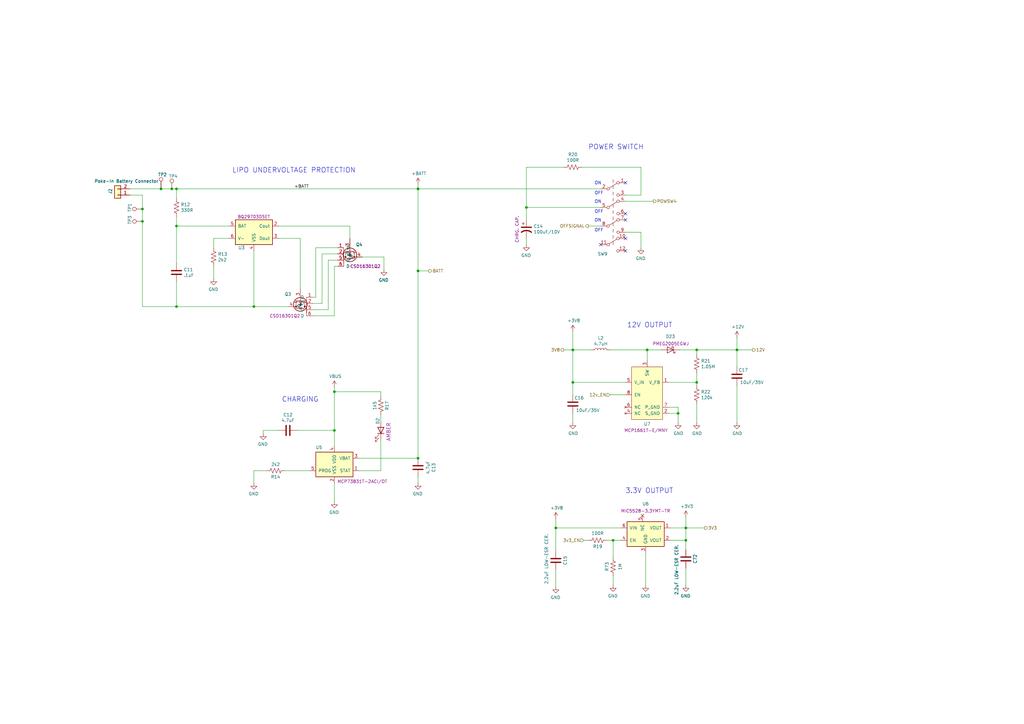
<source format=kicad_sch>
(kicad_sch (version 20211123) (generator eeschema)
  (paper "A3")
  (title_block (title "RCP CHARGING AND POWER MANAGEMENT"))
  (lib_symbols
    (symbol "Battery_Management:BQ297xy" (pin_names (offset 1.016))
      (property "Reference" "U" (at -6.35 6.35 0))
      (property "Value" "BQ297xy" (at 5.08 -6.35 0))
      (symbol "BQ297xy_0_1"
        (rectangle (start -7.62 5.08) (end 7.62 -5.08) (stroke (width 0.254)) (fill (type background)))
      )
      (symbol "BQ297xy_1_1"
        (pin no_connect line (at 7.62 0 180) (length 2.54) hide (name "NC") (number "1"))
        (pin output line (at 10.16 2.54 180) (length 2.54) (name "Cout") (number "2"))
        (pin output line (at 10.16 -2.54 180) (length 2.54) (name "Dout") (number "3"))
        (pin power_in line (at 0 -7.62 90) (length 2.54) (name "VSS") (number "4"))
        (pin input line (at -10.16 2.54 0) (length 2.54) (name "BAT") (number "5"))
        (pin input line (at -10.16 -2.54 0) (length 2.54) (name "V-") (number "6"))
      )
    )
    (symbol "Battery_Management:MCP73831-2-OT" (pin_names (offset 1.016))
      (property "Reference" "U" (at -7.62 6.35 0))
      (property "Value" "MCP73831-2-OT" (at 1.27 6.35 0))
      (symbol "MCP73831-2-OT_0_1"
        (rectangle (start -7.62 5.08) (end 7.62 -5.08) (stroke (width 0.254)) (fill (type background)))
      )
      (symbol "MCP73831-2-OT_1_1"
        (pin output line (at 10.16 -2.54 180) (length 2.54) (name "STAT") (number "1"))
        (pin power_in line (at 0 -7.62 90) (length 2.54) (name "VSS") (number "2"))
        (pin power_out line (at 10.16 2.54 180) (length 2.54) (name "VBAT") (number "3"))
        (pin power_in line (at 0 7.62 270) (length 2.54) (name "VDD") (number "4"))
        (pin input line (at -10.16 -2.54 0) (length 2.54) (name "PROG") (number "5"))
      )
    )
    (symbol "Connector:TestPoint" (pin_numbers hide) (pin_names (offset 0.762) hide)
      (property "Reference" "TP" (at 0 6.858 0))
      (property "Value" "TestPoint" (at 0 5.08 0))
      (symbol "TestPoint_0_1"
        (circle (center 0 3.302) (radius 0.762))
      )
      (symbol "TestPoint_1_1"
        (pin passive line (at 0 0 90) (length 2.54) (name "1") (number "1"))
      )
    )
    (symbol "Connector_Generic:Conn_01x02" (pin_names (offset 1.016) hide)
      (property "Reference" "J" (at 0 2.54 0))
      (property "Value" "Conn_01x02" (at 0 -5.08 0))
      (symbol "Conn_01x02_1_1"
        (rectangle (start -1.27 -2.413) (end 0 -2.667) (stroke (width 0.1524)))
        (rectangle (start -1.27 0.127) (end 0 -0.127) (stroke (width 0.1524)))
        (rectangle (start -1.27 1.27) (end 1.27 -3.81) (stroke (width 0.254)) (fill (type background)))
        (pin passive line (at -5.08 0 0) (length 3.81) (name "Pin_1") (number "1"))
        (pin passive line (at -5.08 -2.54 0) (length 3.81) (name "Pin_2") (number "2"))
      )
    )
    (symbol "Device:C" (pin_numbers hide) (pin_names (offset 0.254))
      (property "Reference" "C" (at 0.635 2.54 0))
      (property "Value" "C" (at 0.635 -2.54 0))
      (symbol "C_0_1"
        (polyline (pts (xy -2.032 -0.762) (xy 2.032 -0.762)) (stroke (width 0.508)))
        (polyline (pts (xy -2.032 0.762) (xy 2.032 0.762)) (stroke (width 0.508)))
      )
      (symbol "C_1_1"
        (pin passive line (at 0 3.81 270) (length 2.794) (name "~") (number "1"))
        (pin passive line (at 0 -3.81 90) (length 2.794) (name "~") (number "2"))
      )
    )
    (symbol "Device:CP1" (pin_numbers hide) (pin_names (offset 0.254) hide)
      (property "Reference" "C" (at 0.635 2.54 0))
      (property "Value" "Device_CP1" (at 0.635 -2.54 0))
      (symbol "CP1_0_1"
        (polyline (pts (xy -2.032 0.762) (xy 2.032 0.762)) (stroke (width 0.508)))
        (polyline (pts (xy -1.778 2.286) (xy -0.762 2.286)))
        (polyline (pts (xy -1.27 1.778) (xy -1.27 2.794)))
        (arc (start 2.032 -1.27) (mid 0 -0.5572) (end -2.032 -1.27) (stroke (width 0.508)))
      )
      (symbol "CP1_1_1"
        (pin passive line (at 0 3.81 270) (length 2.794) (name "~") (number "1"))
        (pin passive line (at 0 -3.81 90) (length 3.302) (name "~") (number "2"))
      )
    )
    (symbol "Device:L" (pin_numbers hide) (pin_names (offset 1.016) hide)
      (property "Reference" "L" (at -1.27 0 90))
      (property "Value" "L" (at 1.905 0 90))
      (symbol "L_0_1"
        (arc (start 0 -2.54) (mid 0.635 -1.905) (end 0 -1.27))
        (arc (start 0 -1.27) (mid 0.635 -0.635) (end 0 0))
        (arc (start 0 0) (mid 0.635 0.635) (end 0 1.27))
        (arc (start 0 1.27) (mid 0.635 1.905) (end 0 2.54))
      )
      (symbol "L_1_1"
        (pin passive line (at 0 3.81 270) (length 1.27) (name "1") (number "1"))
        (pin passive line (at 0 -3.81 90) (length 1.27) (name "2") (number "2"))
      )
    )
    (symbol "Device:LED" (pin_numbers hide) (pin_names (offset 1.016) hide)
      (property "Reference" "D" (at 0 2.54 0))
      (property "Value" "LED" (at 0 -2.54 0))
      (symbol "LED_0_1"
        (polyline (pts (xy -1.27 -1.27) (xy -1.27 1.27)) (stroke (width 0.254)))
        (polyline (pts (xy -1.27 0) (xy 1.27 0)))
        (polyline (pts (xy 1.27 -1.27) (xy 1.27 1.27) (xy -1.27 0) (xy 1.27 -1.27)) (stroke (width 0.254)))
        (polyline (pts (xy -3.048 -0.762) (xy -4.572 -2.286) (xy -3.81 -2.286) (xy -4.572 -2.286) (xy -4.572 -1.524)))
        (polyline (pts (xy -1.778 -0.762) (xy -3.302 -2.286) (xy -2.54 -2.286) (xy -3.302 -2.286) (xy -3.302 -1.524)))
      )
      (symbol "LED_1_1"
        (pin passive line (at -3.81 0 0) (length 2.54) (name "K") (number "1"))
        (pin passive line (at 3.81 0 180) (length 2.54) (name "A") (number "2"))
      )
    )
    (symbol "Device:R_US" (pin_numbers hide) (pin_names (offset 0))
      (property "Reference" "R" (at 2.54 0 90))
      (property "Value" "R_US" (at -2.54 0 90))
      (symbol "R_US_0_1"
        (polyline (pts (xy 0 -2.286) (xy 0 -2.54)))
        (polyline (pts (xy 0 2.286) (xy 0 2.54)))
        (polyline (pts (xy 0 -0.762) (xy 1.016 -1.143) (xy 0 -1.524) (xy -1.016 -1.905) (xy 0 -2.286)))
        (polyline (pts (xy 0 0.762) (xy 1.016 0.381) (xy 0 0) (xy -1.016 -0.381) (xy 0 -0.762)))
        (polyline (pts (xy 0 2.286) (xy 1.016 1.905) (xy 0 1.524) (xy -1.016 1.143) (xy 0 0.762)))
      )
      (symbol "R_US_1_1"
        (pin passive line (at 0 3.81 270) (length 1.27) (name "~") (number "1"))
        (pin passive line (at 0 -3.81 90) (length 1.27) (name "~") (number "2"))
      )
    )
    (symbol "Diode:PMEG6010CEH" (pin_numbers hide) (pin_names hide)
      (property "Reference" "D" (at 0 2.54 0))
      (property "Value" "PMEG6010CEH" (at 0 -2.54 0))
      (symbol "PMEG6010CEH_0_1"
        (polyline (pts (xy 1.27 0) (xy -1.27 0)))
        (polyline (pts (xy 1.27 1.27) (xy 1.27 -1.27) (xy -1.27 0) (xy 1.27 1.27)) (stroke (width 0.2032)))
        (polyline (pts (xy -1.905 0.635) (xy -1.905 1.27) (xy -1.27 1.27) (xy -1.27 -1.27) (xy -0.635 -1.27) (xy -0.635 -0.635)) (stroke (width 0.2032)))
      )
      (symbol "PMEG6010CEH_1_1"
        (pin passive line (at -3.81 0 0) (length 2.54) (name "K") (number "1"))
        (pin passive line (at 3.81 0 180) (length 2.54) (name "A") (number "2"))
      )
    )
    (symbol "MyLibrary:MCP1661" (pin_names (offset 1.016))
      (property "Reference" "U" (at -3.81 10.16 0))
      (property "Value" "MyLibrary_MCP1661" (at 6.35 10.16 0))
      (symbol "MCP1661_0_1"
        (rectangle (start -6.35 8.89) (end 6.35 -12.7) (fill (type background)))
      )
      (symbol "MCP1661_1_1"
        (pin input line (at 8.89 2.54 180) (length 2.54) (name "V_FB") (number "1"))
        (pin input line (at 8.89 -10.16 180) (length 2.54) (name "S_GND") (number "2"))
        (pin input line (at 0 11.43 270) (length 2.54) (name "SW") (number "3"))
        (pin no_connect line (at -8.89 -10.16 0) (length 2.54) (name "NC") (number "4"))
        (pin input line (at -8.89 2.54 0) (length 2.54) (name "V_IN") (number "5"))
        (pin no_connect line (at -8.89 -7.62 0) (length 2.54) (name "NC") (number "6"))
        (pin input line (at 8.89 -7.62 180) (length 2.54) (name "P_GND") (number "7"))
        (pin input line (at -8.89 -2.54 0) (length 2.54) (name "EN") (number "8"))
      )
    )
    (symbol "MyLibrary:MIC5528" (pin_names (offset 1.016))
      (property "Reference" "U" (at -6.35 7.62 0))
      (property "Value" "MyLibrary_MIC5528" (at 6.35 7.62 0))
      (symbol "MIC5528_0_1"
        (polyline (pts (xy -1.905 6.985) (xy -0.635 8.255)))
        (polyline (pts (xy -1.905 8.255) (xy -0.635 6.985)))
      )
      (symbol "MIC5528_1_1"
        (rectangle (start -7.62 -5.08) (end 7.62 5.08) (stroke (width 0.254)) (fill (type background)))
        (pin power_out line (at 10.16 2.54 180) (length 2.54) (name "VOUT") (number "1"))
        (pin power_out line (at 10.16 -2.54 180) (length 2.54) (name "VOUT") (number "2"))
        (pin power_in line (at 0 -7.62 90) (length 2.54) (name "GND") (number "3"))
        (pin input line (at -10.16 -2.54 0) (length 2.54) (name "EN") (number "4"))
        (pin input line (at -1.27 7.62 270) (length 2.54) (name "NC") (number "5"))
        (pin power_in line (at -10.16 2.54 0) (length 2.54) (name "VIN") (number "6"))
      )
    )
    (symbol "MyLibrary:SW_4P2T" (pin_names (offset 1.016))
      (property "Reference" "SW" (at -2.54 3.81 0))
      (property "Value" "MyLibrary_SW_4P2T" (at 1.27 5.08 0))
      (symbol "SW_4P2T_0_1"
        (circle (center -0.762 0) (radius 0.508))
        (polyline (pts (xy -0.254 0.381) (xy 2.794 2.286)))
        (polyline (pts (xy 1.27 -21.59) (xy 1.27 -22.86)))
        (polyline (pts (xy 1.27 -19.05) (xy 1.27 -20.32)))
        (polyline (pts (xy 1.27 -16.51) (xy 1.27 -17.78)))
        (polyline (pts (xy 1.27 -13.97) (xy 1.27 -15.24)))
        (polyline (pts (xy 1.27 -11.43) (xy 1.27 -12.7)))
        (polyline (pts (xy 1.27 -8.89) (xy 1.27 -10.16)))
        (polyline (pts (xy 1.27 -6.35) (xy 1.27 -7.62)))
        (polyline (pts (xy 1.27 -3.81) (xy 1.27 -5.08)))
        (polyline (pts (xy 1.27 -1.27) (xy 1.27 -2.54)))
        (polyline (pts (xy 1.27 1.27) (xy 1.27 0)))
        (polyline (pts (xy 1.27 3.81) (xy 1.27 2.54)))
        (circle (center 3.302 2.54) (radius 0.5334))
      )
      (symbol "SW_4P2T_1_1"
        (circle (center -0.762 -22.86) (radius 0.5334))
        (circle (center -0.762 -15.24) (radius 0.5334))
        (circle (center -0.762 -7.62) (radius 0.5334))
        (polyline (pts (xy -0.254 -22.479) (xy 2.794 -20.574)))
        (polyline (pts (xy -0.254 -14.859) (xy 2.794 -12.954)))
        (polyline (pts (xy -0.254 -7.239) (xy 2.794 -5.334)))
        (circle (center 3.302 -25.4) (radius 0.5334))
        (circle (center 3.302 -20.32) (radius 0.5334))
        (circle (center 3.302 -17.78) (radius 0.5334))
        (circle (center 3.302 -12.7) (radius 0.5334))
        (circle (center 3.302 -10.16) (radius 0.5334))
        (circle (center 3.302 -5.08) (radius 0.5334))
        (circle (center 3.302 -2.54) (radius 0.5334))
        (pin input line (at 6.35 2.54 180) (length 2.54) (name "~") (number "1"))
        (pin input line (at 6.35 -20.32 180) (length 2.54) (name "~") (number "10"))
        (pin input line (at -3.81 -22.86 0) (length 2.54) (name "~") (number "11"))
        (pin input line (at 6.35 -25.4 180) (length 2.54) (name "~") (number "12"))
        (pin input line (at -3.81 0 0) (length 2.54) (name "~") (number "2"))
        (pin input line (at 6.35 -2.54 180) (length 2.54) (name "~") (number "3"))
        (pin input line (at 6.35 -5.08 180) (length 2.54) (name "~") (number "4"))
        (pin input line (at -3.81 -7.62 0) (length 2.54) (name "~") (number "5"))
        (pin input line (at 6.35 -10.16 180) (length 2.54) (name "~") (number "6"))
        (pin input line (at 6.35 -12.7 180) (length 2.54) (name "~") (number "7"))
        (pin input line (at -3.81 -15.24 0) (length 2.54) (name "~") (number "8"))
        (pin input line (at 6.35 -17.78 180) (length 2.54) (name "~") (number "9"))
      )
    )
    (symbol "RUSP_Mainboard-rescue:Q_NMOS_POWER-MyLibrary-RotaryCellPhone-4G-rescue-4GRotaryCellPhone-rescue-4GRCP_Mainboard-rescue" (pin_names (offset 1.016))
      (property "Reference" "Q" (at 5.08 -5.08 0))
      (property "Value" "Q_NMOS_POWER-MyLibrary-RotaryCellPhone-4G-rescue-4GRotaryCellPhone-rescue-4GRCP_Mainboard-rescue" (at -29.21 5.08 0))
      (symbol "Q_NMOS_POWER-MyLibrary-RotaryCellPhone-4G-rescue-4GRotaryCellPhone-rescue-4GRCP_Mainboard-rescue_0_1"
        (polyline (pts (xy 3.81 2.54) (xy -3.81 2.54)))
      )
      (symbol "Q_NMOS_POWER-MyLibrary-RotaryCellPhone-4G-rescue-4GRotaryCellPhone-rescue-4GRCP_Mainboard-rescue_1_1"
        (circle (center -0.889 0) (radius 2.8194) (stroke (width 0.254)))
        (circle (center 0 -1.778) (radius 0.2794) (fill (type outline)))
        (polyline (pts (xy -2.4892 0) (xy -2.286 0)))
        (polyline (pts (xy -1.778 -1.778) (xy 0 -1.778)))
        (polyline (pts (xy -1.778 -1.27) (xy -1.778 -2.286)) (stroke (width 0.254)))
        (polyline (pts (xy -1.778 0) (xy 0 0)))
        (polyline (pts (xy -1.778 0.508) (xy -1.778 -0.508)) (stroke (width 0.254)))
        (polyline (pts (xy -1.778 1.778) (xy 0 1.778)))
        (polyline (pts (xy -1.778 2.286) (xy -1.778 1.27)) (stroke (width 0.254)))
        (polyline (pts (xy 0 -1.778) (xy 0 -2.54)))
        (polyline (pts (xy 0 -1.778) (xy 0 0)))
        (polyline (pts (xy 0 2.54) (xy 0 1.778)))
        (polyline (pts (xy 0 2.54) (xy 2.54 2.54)))
        (polyline (pts (xy -2.286 1.905) (xy -2.286 -1.905) (xy -2.286 -1.905)) (stroke (width 0.254)))
        (polyline (pts (xy -1.524 0) (xy -0.508 0.381) (xy -0.508 -0.381) (xy -1.524 0)) (fill (type outline)))
        (polyline (pts (xy 0 -1.778) (xy 0.762 -1.778) (xy 0.762 1.778) (xy 0 1.778)))
        (polyline (pts (xy 0.254 0.508) (xy 0.381 0.381) (xy 1.143 0.381) (xy 1.27 0.254)))
        (polyline (pts (xy 0.762 0.381) (xy 0.381 -0.254) (xy 1.143 -0.254) (xy 0.762 0.381)))
        (circle (center 0 1.778) (radius 0.2794) (fill (type outline)))
        (pin input line (at -3.81 5.08 270) (length 2.54) (name "D") (number "1"))
        (pin input line (at -1.27 5.08 270) (length 2.54) (name "D") (number "2"))
        (pin input line (at -7.62 0 0) (length 5.08) (name "G") (number "3"))
        (pin passive line (at 0 -5.08 90) (length 2.54) (name "S") (number "4"))
        (pin passive line (at 1.27 5.08 270) (length 2.54) (name "D") (number "5"))
        (pin passive line (at 3.81 5.08 270) (length 2.54) (name "D") (number "6"))
      )
    )
    (symbol "power:+12V" (power) (pin_names (offset 0))
      (property "Value" "+12V" (at 0 3.556 0))
      (symbol "+12V_0_1"
        (polyline (pts (xy -0.762 1.27) (xy 0 2.54)))
        (polyline (pts (xy 0 0) (xy 0 2.54)))
        (polyline (pts (xy 0 2.54) (xy 0.762 1.27)))
      )
      (symbol "+12V_1_1"
        (pin power_in line (at 0 0 90) (length 0) hide (name "+12V") (number "1"))
      )
    )
    (symbol "power:+3V3" (power) (pin_names (offset 0))
      (property "Value" "+3V3" (at 0 3.556 0))
      (symbol "+3V3_0_1"
        (polyline (pts (xy -0.762 1.27) (xy 0 2.54)))
        (polyline (pts (xy 0 0) (xy 0 2.54)))
        (polyline (pts (xy 0 2.54) (xy 0.762 1.27)))
      )
      (symbol "+3V3_1_1"
        (pin power_in line (at 0 0 90) (length 0) hide (name "+3V3") (number "1"))
      )
    )
    (symbol "power:+3V8" (power) (pin_names (offset 0))
      (property "Value" "+3V8" (at 0 3.556 0))
      (symbol "+3V8_0_1"
        (polyline (pts (xy -0.762 1.27) (xy 0 2.54)))
        (polyline (pts (xy 0 0) (xy 0 2.54)))
        (polyline (pts (xy 0 2.54) (xy 0.762 1.27)))
      )
      (symbol "+3V8_1_1"
        (pin power_in line (at 0 0 90) (length 0) hide (name "+3V8") (number "1"))
      )
    )
    (symbol "power:+BATT" (power) (pin_names (offset 0))
      (property "Value" "+BATT" (at 0 3.556 0))
      (symbol "+BATT_0_1"
        (polyline (pts (xy -0.762 1.27) (xy 0 2.54)))
        (polyline (pts (xy 0 0) (xy 0 2.54)))
        (polyline (pts (xy 0 2.54) (xy 0.762 1.27)))
      )
      (symbol "+BATT_1_1"
        (pin power_in line (at 0 0 90) (length 0) hide (name "+BATT") (number "1"))
      )
    )
    (symbol "power:GND" (power) (pin_names (offset 0))
      (property "Value" "GND" (at 0 -3.81 0))
      (symbol "GND_0_1"
        (polyline (pts (xy 0 0) (xy 0 -1.27) (xy 1.27 -1.27) (xy 0 -2.54) (xy -1.27 -1.27) (xy 0 -1.27)))
      )
      (symbol "GND_1_1"
        (pin power_in line (at 0 0 270) (length 0) hide (name "GND") (number "1"))
      )
    )
    (symbol "power:VBUS" (power) (pin_names (offset 0))
      (property "Value" "VBUS" (at 0 3.81 0))
      (symbol "VBUS_0_1"
        (polyline (pts (xy -0.762 1.27) (xy 0 2.54)))
        (polyline (pts (xy 0 0) (xy 0 2.54)))
        (polyline (pts (xy 0 2.54) (xy 0.762 1.27)))
      )
      (symbol "VBUS_1_1"
        (pin power_in line (at 0 0 90) (length 0) hide (name "VBUS") (number "1"))
      )
    )
  )
  (junction (at 285.75 143.51))
  (junction (at 72.39 77.47))
  (junction (at 171.45 111.125))
  (junction (at 215.9 85.09))
  (junction (at 171.45 187.96))
  (junction (at 137.16 176.53))
  (junction (at 58.42 90.805))
  (junction (at 58.42 85.725))
  (junction (at 66.04 77.47))
  (junction (at 281.305 221.615))
  (junction (at 104.14 125.73))
  (junction (at 265.43 143.51))
  (junction (at 70.485 77.47))
  (junction (at 251.46 221.615))
  (junction (at 72.39 92.71))
  (junction (at 137.16 160.655))
  (junction (at 234.95 143.51))
  (junction (at 302.26 143.51))
  (junction (at 227.965 216.535))
  (junction (at 234.95 156.845))
  (junction (at 285.75 156.845))
  (junction (at 171.45 77.47))
  (junction (at 72.39 125.73))
  (junction (at 278.13 169.545))
  (junction (at 281.305 216.535))
  (no_connect (at 256.54 74.93))
  (no_connect (at 256.54 90.17))
  (no_connect (at 246.38 100.33))
  (no_connect (at 256.54 97.79))
  (no_connect (at 256.54 87.63))
  (no_connect (at 256.54 102.87))
  (wire (pts (xy 274.32 167.005) (xy 278.13 167.005)))
  (wire (pts (xy 256.54 156.845) (xy 234.95 156.845)))
  (wire (pts (xy 251.46 240.03) (xy 251.46 236.22)))
  (wire (pts (xy 137.16 160.655) (xy 137.16 176.53)))
  (wire (pts (xy 215.9 100.33) (xy 215.9 97.79)))
  (wire (pts (xy 72.39 77.47) (xy 171.45 77.47)))
  (wire (pts (xy 227.965 233.68) (xy 227.965 240.665)))
  (wire (pts (xy 147.32 193.04) (xy 156.21 193.04)))
  (wire (pts (xy 281.305 216.535) (xy 281.305 221.615)))
  (wire (pts (xy 58.42 125.73) (xy 72.39 125.73)))
  (wire (pts (xy 134.62 127) (xy 128.27 127)))
  (wire (pts (xy 156.21 170.18) (xy 156.21 172.72)))
  (wire (pts (xy 93.98 92.71) (xy 72.39 92.71)))
  (wire (pts (xy 104.14 193.04) (xy 109.22 193.04)))
  (wire (pts (xy 87.63 114.3) (xy 87.63 109.22)))
  (wire (pts (xy 107.95 176.53) (xy 114.3 176.53)))
  (wire (pts (xy 87.63 97.79) (xy 93.98 97.79)))
  (wire (pts (xy 302.26 143.51) (xy 302.26 150.495)))
  (wire (pts (xy 114.3 97.79) (xy 123.19 97.79)))
  (wire (pts (xy 53.34 77.47) (xy 66.04 77.47)))
  (wire (pts (xy 248.92 221.615) (xy 251.46 221.615)))
  (wire (pts (xy 171.45 77.47) (xy 171.45 75.565)))
  (wire (pts (xy 156.21 180.34) (xy 156.21 193.04)))
  (wire (pts (xy 132.08 124.46) (xy 128.27 124.46)))
  (wire (pts (xy 281.305 233.045) (xy 281.305 240.03)))
  (wire (pts (xy 104.14 125.73) (xy 104.14 102.87)))
  (wire (pts (xy 148.59 105.41) (xy 157.48 105.41)))
  (wire (pts (xy 58.42 90.805) (xy 58.42 125.73)))
  (wire (pts (xy 138.43 109.22) (xy 137.16 109.22)))
  (wire (pts (xy 137.16 176.53) (xy 137.16 182.88)))
  (wire (pts (xy 281.305 212.09) (xy 281.305 216.535)))
  (wire (pts (xy 137.16 160.655) (xy 156.21 160.655)))
  (wire (pts (xy 256.54 80.01) (xy 262.89 80.01)))
  (wire (pts (xy 132.08 104.14) (xy 132.08 124.46)))
  (wire (pts (xy 262.89 80.01) (xy 262.89 68.58)))
  (wire (pts (xy 127 193.04) (xy 116.84 193.04)))
  (wire (pts (xy 157.48 105.41) (xy 157.48 110.49)))
  (wire (pts (xy 66.04 77.47) (xy 70.485 77.47)))
  (wire (pts (xy 302.26 143.51) (xy 308.61 143.51)))
  (wire (pts (xy 137.16 205.74) (xy 137.16 198.12)))
  (wire (pts (xy 143.51 97.79) (xy 143.51 92.71)))
  (wire (pts (xy 238.76 68.58) (xy 262.89 68.58)))
  (wire (pts (xy 171.45 77.47) (xy 246.38 77.47)))
  (wire (pts (xy 138.43 106.68) (xy 134.62 106.68)))
  (wire (pts (xy 171.45 198.12) (xy 171.45 195.58)))
  (wire (pts (xy 264.795 226.695) (xy 264.795 240.03)))
  (wire (pts (xy 58.42 85.725) (xy 58.42 90.805)))
  (wire (pts (xy 175.895 111.125) (xy 171.45 111.125)))
  (wire (pts (xy 134.62 106.68) (xy 134.62 127)))
  (wire (pts (xy 215.9 85.09) (xy 246.38 85.09)))
  (wire (pts (xy 246.38 92.71) (xy 241.3 92.71)))
  (wire (pts (xy 231.14 143.51) (xy 234.95 143.51)))
  (wire (pts (xy 215.9 68.58) (xy 215.9 85.09)))
  (wire (pts (xy 123.19 97.79) (xy 123.19 118.11)))
  (wire (pts (xy 227.965 226.06) (xy 227.965 216.535)))
  (wire (pts (xy 274.32 169.545) (xy 278.13 169.545)))
  (wire (pts (xy 285.75 165.735) (xy 285.75 173.355)))
  (wire (pts (xy 288.925 216.535) (xy 281.305 216.535)))
  (wire (pts (xy 171.45 111.125) (xy 171.45 187.96)))
  (wire (pts (xy 274.32 156.845) (xy 285.75 156.845)))
  (wire (pts (xy 171.45 77.47) (xy 171.45 111.125)))
  (wire (pts (xy 281.305 221.615) (xy 281.305 225.425)))
  (wire (pts (xy 227.965 216.535) (xy 254.635 216.535)))
  (wire (pts (xy 302.26 143.51) (xy 285.75 143.51)))
  (wire (pts (xy 234.95 169.545) (xy 234.95 173.355)))
  (wire (pts (xy 143.51 92.71) (xy 114.3 92.71)))
  (wire (pts (xy 72.39 115.57) (xy 72.39 125.73)))
  (wire (pts (xy 256.54 95.25) (xy 262.89 95.25)))
  (wire (pts (xy 72.39 92.71) (xy 72.39 107.95)))
  (wire (pts (xy 234.95 143.51) (xy 234.95 135.89)))
  (wire (pts (xy 215.9 68.58) (xy 231.14 68.58)))
  (wire (pts (xy 156.21 160.655) (xy 156.21 162.56)))
  (wire (pts (xy 70.485 77.47) (xy 72.39 77.47)))
  (wire (pts (xy 138.43 104.14) (xy 132.08 104.14)))
  (wire (pts (xy 58.42 80.01) (xy 53.34 80.01)))
  (wire (pts (xy 302.26 138.43) (xy 302.26 143.51)))
  (wire (pts (xy 265.43 143.51) (xy 265.43 147.955)))
  (wire (pts (xy 72.39 88.9) (xy 72.39 92.71)))
  (wire (pts (xy 251.46 221.615) (xy 251.46 228.6)))
  (wire (pts (xy 285.75 143.51) (xy 285.75 145.415)))
  (wire (pts (xy 285.75 153.035) (xy 285.75 156.845)))
  (wire (pts (xy 66.04 76.835) (xy 66.04 77.47)))
  (wire (pts (xy 227.965 216.535) (xy 227.965 212.725)))
  (wire (pts (xy 281.305 221.615) (xy 274.955 221.615)))
  (wire (pts (xy 137.16 129.54) (xy 128.27 129.54)))
  (wire (pts (xy 104.14 125.73) (xy 118.11 125.73)))
  (wire (pts (xy 215.9 90.17) (xy 215.9 85.09)))
  (wire (pts (xy 278.13 167.005) (xy 278.13 169.545)))
  (wire (pts (xy 302.26 173.355) (xy 302.26 158.115)))
  (wire (pts (xy 128.27 121.92) (xy 129.54 121.92)))
  (wire (pts (xy 278.13 169.545) (xy 278.13 173.355)))
  (wire (pts (xy 234.95 156.845) (xy 234.95 143.51)))
  (wire (pts (xy 239.395 221.615) (xy 241.3 221.615)))
  (wire (pts (xy 137.16 109.22) (xy 137.16 129.54)))
  (wire (pts (xy 107.95 177.8) (xy 107.95 176.53)))
  (wire (pts (xy 121.92 176.53) (xy 137.16 176.53)))
  (wire (pts (xy 256.54 82.55) (xy 267.97 82.55)))
  (wire (pts (xy 251.46 221.615) (xy 254.635 221.615)))
  (wire (pts (xy 256.54 161.925) (xy 250.19 161.925)))
  (wire (pts (xy 234.95 161.925) (xy 234.95 156.845)))
  (wire (pts (xy 129.54 101.6) (xy 138.43 101.6)))
  (wire (pts (xy 262.89 95.25) (xy 262.89 101.6)))
  (wire (pts (xy 104.14 193.04) (xy 104.14 198.12)))
  (wire (pts (xy 147.32 187.96) (xy 171.45 187.96)))
  (wire (pts (xy 87.63 101.6) (xy 87.63 97.79)))
  (wire (pts (xy 281.305 216.535) (xy 274.955 216.535)))
  (wire (pts (xy 278.765 143.51) (xy 285.75 143.51)))
  (wire (pts (xy 137.16 158.75) (xy 137.16 160.655)))
  (wire (pts (xy 129.54 121.92) (xy 129.54 101.6)))
  (wire (pts (xy 285.75 156.845) (xy 285.75 158.115)))
  (wire (pts (xy 234.95 143.51) (xy 242.57 143.51)))
  (wire (pts (xy 250.19 143.51) (xy 265.43 143.51)))
  (wire (pts (xy 72.39 81.28) (xy 72.39 77.47)))
  (wire (pts (xy 72.39 125.73) (xy 104.14 125.73)))
  (wire (pts (xy 58.42 80.01) (xy 58.42 85.725)))
  (wire (pts (xy 265.43 143.51) (xy 271.145 143.51)))
  (text "12V OUTPUT" (at 257.175 134.62 0) (effects (font (size 2.0066 2.0066)) (justify left bottom)))
  (text "LIPO UNDERVOLTAGE PROTECTION" (at 95.25 71.12 0) (effects (font (size 2.0066 2.0066)) (justify left bottom)))
  (text "ON\n\nOFF" (at 243.84 80.01 0) (effects (font (size 1.27 1.27)) (justify left bottom)))
  (text "POWER SWITCH" (at 241.3 61.595 0) (effects (font (size 2.0066 2.0066)) (justify left bottom)))
  (text "3.3V OUTPUT" (at 256.54 202.565 0) (effects (font (size 2.0066 2.0066)) (justify left bottom)))
  (text "ON\n\nOFF" (at 243.84 87.63 0) (effects (font (size 1.27 1.27)) (justify left bottom)))
  (text "ON\n\nOFF" (at 243.84 95.25 0) (effects (font (size 1.27 1.27)) (justify left bottom)))
  (text "CHARGING" (at 115.57 165.1 0) (effects (font (size 2.0066 2.0066)) (justify left bottom)))
  (label "+BATT" (at 120.65 77.47 0))
  (hierarchical_label "3V3" (shape output) (at 288.925 216.535 0))
  (hierarchical_label "12v_EN" (shape input) (at 250.19 161.925 180))
  (hierarchical_label "BATT" (shape output) (at 175.895 111.125 0))
  (hierarchical_label "3V8" (shape output) (at 231.14 143.51 180))
  (hierarchical_label "12V" (shape output) (at 308.61 143.51 0))
  (hierarchical_label "POWSW4" (shape output) (at 267.97 82.55 0))
  (hierarchical_label "OFFSIGNAL" (shape output) (at 241.3 92.71 180))
  (hierarchical_label "3v3_EN" (shape input) (at 239.395 221.615 180))
  (symbol (lib_id "Battery_Management:BQ297xy") (at 104.14 95.25 0) (unit 1)
    (property "Reference" "U3" (at 99.06 101.6 0))
    (property "Value" "LiPo Undervolt Protection IC" (effects hide))
    (property "Footprint" "Package_SON:WSON-6_1.5x1.5mm_P0.5mm" (effects hide))
    (property "Datasheet" "http://www.ti.com/lit/ds/symlink/bq2970.pdf" (effects hide))
    (property "Mfg. Name" "TI" (effects hide))
    (property "Mfg. Part No." "BQ29703DSET" (at 104.14 88.9 0))
  )
  (symbol (lib_id "power:+3V8") (at 227.965 212.725 0) (unit 1)
    (property "Reference" "#PWR0132" (effects hide))
    (property "Value" "+3V8" (at 228.346 208.3308 0))
  )
  (symbol (lib_id "power:+3V3") (at 281.305 212.09 0) (unit 1)
    (property "Reference" "#PWR0133" (effects hide))
    (property "Value" "+3V3" (at 281.686 207.6958 0))
  )
  (symbol (lib_id "power:GND") (at 264.795 240.03 0) (mirror y) (unit 1)
    (property "Reference" "#PWR0134" (effects hide))
    (property "Value" "GND" (at 264.668 244.4242 0))
  )
  (symbol (lib_id "Device:R_US") (at 245.11 221.615 270) (unit 1)
    (property "Reference" "R19" (at 245.11 224.155 90))
    (property "Value" "100R" (at 245.11 218.7194 90))
    (property "Footprint" "Resistor_SMD:R_0603_1608Metric" (effects hide))
  )
  (symbol (lib_id "Device:R_US") (at 72.39 85.09 0) (unit 1)
    (property "Reference" "R12" (at 74.1172 83.9216 0) (effects (justify left)))
    (property "Value" "330R" (at 74.1172 86.233 0) (effects (justify left)))
    (property "Footprint" "Resistor_SMD:R_0603_1608Metric" (effects hide))
  )
  (symbol (lib_id "Device:C") (at 72.39 111.76 0) (unit 1)
    (property "Reference" "C11" (at 75.311 110.5916 0) (effects (justify left)))
    (property "Value" ".1uF" (at 75.311 112.903 0) (effects (justify left)))
    (property "Footprint" "Capacitor_SMD:C_0603_1608Metric" (effects hide))
  )
  (symbol (lib_id "RUSP_Mainboard-rescue:Q_NMOS_POWER-MyLibrary-RotaryCellPhone-4G-rescue-4GRotaryCellPhone-rescue-4GRCP_Mainboard-rescue") (at 123.19 125.73 270) (unit 1)
    (property "Reference" "Q3" (at 118.11 120.65 90))
    (property "Value" "CSD16301Q2" (effects hide))
    (property "Footprint" "digikey-footprints:TI_CSD16301Q2" (effects hide))
    (property "Mfg. Name" "TI" (effects hide))
    (property "Mfg. Part No." "CSD16301Q2" (at 116.84 129.54 90))
  )
  (symbol (lib_id "RUSP_Mainboard-rescue:Q_NMOS_POWER-MyLibrary-RotaryCellPhone-4G-rescue-4GRotaryCellPhone-rescue-4GRCP_Mainboard-rescue") (at 143.51 105.41 90) (mirror x) (unit 1)
    (property "Reference" "Q4" (at 147.32 100.33 90))
    (property "Value" "CSD16301Q2" (effects hide))
    (property "Footprint" "digikey-footprints:TI_CSD16301Q2" (effects hide))
    (property "Mfg. Name" "TI" (effects hide))
    (property "Mfg. Part No." "CSD16301Q2" (at 149.86 109.22 90))
  )
  (symbol (lib_id "power:GND") (at 157.48 110.49 0) (mirror y) (unit 1)
    (property "Reference" "#PWR0129" (effects hide))
    (property "Value" "GND" (at 157.353 114.8842 0))
  )
  (symbol (lib_id "power:+3V8") (at 234.95 135.89 0) (unit 1)
    (property "Reference" "#PWR0135" (effects hide))
    (property "Value" "+3V8" (at 235.331 131.4958 0))
  )
  (symbol (lib_id "power:GND") (at 234.95 173.355 0) (unit 1)
    (property "Reference" "#PWR0136" (effects hide))
    (property "Value" "GND" (at 235.077 177.7492 0))
  )
  (symbol (lib_id "Device:L") (at 246.38 143.51 90) (unit 1)
    (property "Reference" "L2" (at 246.38 138.684 90))
    (property "Value" "4.7uH" (at 246.38 140.9954 90))
    (property "Footprint" "MyFootprints:Inductor_Wurth_74438336100" (effects hide))
    (property "Datasheet" "https://www.we-online.de/katalog/datasheet/74438336100.pdf" (effects hide))
    (property "Mfg. Name" "Wurth" (effects hide))
    (property "Mfg. Part No." "74438336047" (effects hide))
  )
  (symbol (lib_id "Device:R_US") (at 285.75 149.225 0) (unit 1)
    (property "Reference" "R21" (at 287.4772 148.0566 0) (effects (justify left)))
    (property "Value" "1.05M" (at 287.4772 150.368 0) (effects (justify left)))
    (property "Footprint" "Resistor_SMD:R_0603_1608Metric" (effects hide))
  )
  (symbol (lib_id "Device:R_US") (at 285.75 161.925 0) (unit 1)
    (property "Reference" "R22" (at 287.4772 160.7566 0) (effects (justify left)))
    (property "Value" "120k" (at 287.4772 163.068 0) (effects (justify left)))
    (property "Footprint" "Resistor_SMD:R_0603_1608Metric" (effects hide))
  )
  (symbol (lib_id "power:GND") (at 285.75 173.355 0) (unit 1)
    (property "Reference" "#PWR0137" (effects hide))
    (property "Value" "GND" (at 285.877 177.7492 0))
  )
  (symbol (lib_id "Device:C") (at 302.26 154.305 0) (unit 1)
    (property "Reference" "C17" (at 302.895 151.765 0) (effects (justify left)))
    (property "Value" "10uF/35V" (at 303.53 156.845 0) (effects (justify left)))
    (property "Footprint" "Resistor_SMD:R_1206_3216Metric" (effects hide))
    (property "Mfg. Name" "TDK" (effects hide))
    (property "Mfg. Part No." "CGA5L1X7R1V106K160AC" (effects hide))
  )
  (symbol (lib_id "power:GND") (at 87.63 114.3 0) (mirror y) (unit 1)
    (property "Reference" "#PWR0130" (effects hide))
    (property "Value" "GND" (at 87.503 118.6942 0))
  )
  (symbol (lib_id "Device:R_US") (at 87.63 105.41 180) (unit 1)
    (property "Reference" "R13" (at 89.3572 104.2416 0) (effects (justify right)))
    (property "Value" "2k2" (at 89.3572 106.553 0) (effects (justify right)))
    (property "Footprint" "Resistor_SMD:R_0402_1005Metric" (effects hide))
    (property "Mfg. Name" "Panasonic" (effects hide))
    (property "Mfg. Part No." "ERJ-2GEJ222X" (effects hide))
  )
  (symbol (lib_id "Connector_Generic:Conn_01x02") (at 48.26 80.01 180) (unit 1)
    (property "Reference" "J2" (at 45.3136 79.6798 90) (effects (justify right)))
    (property "Value" "Poke-In Battery Connector" (at 38.735 74.295 0) (effects (justify right)))
    (property "Footprint" "MyFootprints:AVX_PokeInConnector" (effects hide))
    (property "Mfg. Name" "AVX" (effects hide))
    (property "Mfg. Part No." "009296002202906" (effects hide))
  )
  (symbol (lib_id "Device:CP1") (at 215.9 93.98 0) (unit 1)
    (property "Reference" "C14" (at 218.821 92.8116 0) (effects (justify left)))
    (property "Value" "100uF/10V" (at 218.821 95.123 0) (effects (justify left)))
    (property "Footprint" "MyFootprints:Capacitor_Wurth865080243007" (effects hide))
    (property "Datasheet" "https://www.we-online.de/katalog/datasheet/865080243007.pdf" (effects hide))
    (property "Mfg. Name" "Wurth" (effects hide))
    (property "Mfg. Part No." "865080243007" (effects hide))
    (property "Field8" "CHRG. CAP." (at 212.09 93.98 90))
  )
  (symbol (lib_id "power:GND") (at 215.9 100.33 0) (mirror y) (unit 1)
    (property "Reference" "#PWR0138" (effects hide))
    (property "Value" "GND" (at 215.773 104.7242 0))
  )
  (symbol (lib_id "power:VBUS") (at 137.16 158.75 0) (unit 1)
    (property "Reference" "#PWR0124" (effects hide))
    (property "Value" "VBUS" (at 137.541 154.3558 0))
  )
  (symbol (lib_id "Battery_Management:MCP73831-2-OT") (at 137.16 190.5 0) (unit 1)
    (property "Reference" "U5" (at 130.81 183.515 0))
    (property "Value" "Charge Mgmt. IC" (effects hide))
    (property "Footprint" "Package_TO_SOT_SMD:SOT-23-5" (effects hide))
    (property "Datasheet" "http://ww1.microchip.com/downloads/en/DeviceDoc/20001984g.pdf" (effects hide))
    (property "Mfg. Name" "Microchip" (effects hide))
    (property "Mfg. Part No." "MCP73831T-2ACI/OT" (at 148.59 197.485 0))
  )
  (symbol (lib_id "power:GND") (at 107.95 177.8 0) (mirror y) (unit 1)
    (property "Reference" "#PWR0125" (effects hide))
    (property "Value" "GND" (at 107.823 182.1942 0))
  )
  (symbol (lib_id "Device:C") (at 118.11 176.53 270) (unit 1)
    (property "Reference" "C12" (at 118.11 170.1292 90))
    (property "Value" "4.7uF" (at 118.11 172.4406 90))
    (property "Footprint" "Capacitor_SMD:C_0603_1608Metric" (effects hide))
    (property "Mfg. Name" "Samsung" (effects hide))
    (property "Mfg. Part No." "CL10A475KQ8NNNC" (effects hide))
  )
  (symbol (lib_id "power:GND") (at 137.16 205.74 0) (mirror y) (unit 1)
    (property "Reference" "#PWR0126" (effects hide))
    (property "Value" "GND" (at 137.033 210.1342 0))
  )
  (symbol (lib_id "Device:R_US") (at 113.03 193.04 90) (unit 1)
    (property "Reference" "R14" (at 113.03 195.58 90))
    (property "Value" "2k2" (at 113.03 190.5 90))
    (property "Footprint" "Resistor_SMD:R_0402_1005Metric" (effects hide))
    (property "Label" "Hi Rate" (effects hide))
    (property "Mfg. Name" "Panasonic" (effects hide))
    (property "Mfg. Part No." "ERJ-2GEJ222X" (effects hide))
  )
  (symbol (lib_id "power:GND") (at 104.14 198.12 0) (mirror y) (unit 1)
    (property "Reference" "#PWR0127" (effects hide))
    (property "Value" "GND" (at 104.013 202.5142 0))
  )
  (symbol (lib_id "power:GND") (at 171.45 198.12 0) (mirror y) (unit 1)
    (property "Reference" "#PWR0128" (effects hide))
    (property "Value" "GND" (at 171.323 202.5142 0))
  )
  (symbol (lib_id "power:GND") (at 262.89 101.6 0) (mirror y) (unit 1)
    (property "Reference" "#PWR0140" (effects hide))
    (property "Value" "GND" (at 262.763 105.9942 0))
  )
  (symbol (lib_id "power:+12V") (at 302.26 138.43 0) (unit 1)
    (property "Reference" "#PWR0142" (effects hide))
    (property "Value" "+12V" (at 302.641 134.0358 0))
  )
  (symbol (lib_id "Device:R_US") (at 234.95 68.58 270) (unit 1)
    (property "Reference" "R20" (at 234.95 63.373 90))
    (property "Value" "100R" (at 234.95 65.6844 90))
    (property "Footprint" "Resistor_SMD:R_0603_1608Metric" (effects hide))
  )
  (symbol (lib_id "MyLibrary:SW_4P2T") (at 250.19 77.47 0) (unit 1)
    (property "Reference" "SW9" (at 245.11 104.14 0) (effects (justify left)))
    (property "Value" "Power Switch 4P2T" (effects hide))
    (property "Footprint" "MyFootprints:Switch_4PDT_ESwitch-EG4208" (effects hide))
    (property "Datasheet" "http://spec_sheets.e-switch.com/specs/P040280.pdf" (effects hide))
    (property "Mfg. Name" "E-Switch" (effects hide))
    (property "Mfg. Part No." "EG4208 " (effects hide))
  )
  (symbol (lib_id "MyLibrary:MIC5528") (at 264.795 219.075 0) (unit 1)
    (property "Reference" "U6" (at 264.795 206.629 0))
    (property "Value" "3.3V Linear Regulator" (effects hide))
    (property "Footprint" "MyFootprints:LDO_MIC5528" (effects hide))
    (property "Datasheet" "http://ww1.microchip.com/downloads/en/DeviceDoc/MIC5528-High-Performance-500mA-LDO-in-Thin-and-Extra-Thin-DFN-Packages-DS20005982B.pdf" (effects hide))
    (property "Mfg. Name" "Microchip" (effects hide))
    (property "Mfg. Part No." "MIC5528-3.3YMT-TR" (at 264.795 209.55 0))
  )
  (symbol (lib_id "Device:R_US") (at 251.46 232.41 180) (unit 1)
    (property "Reference" "R73" (at 248.92 232.41 90))
    (property "Value" "1M" (at 254.3556 232.41 90))
    (property "Footprint" "Resistor_SMD:R_0603_1608Metric" (effects hide))
  )
  (symbol (lib_id "power:GND") (at 251.46 240.03 0) (mirror y) (unit 1)
    (property "Reference" "#PWR0238" (effects hide))
    (property "Value" "GND" (at 251.333 244.4242 0))
  )
  (symbol (lib_id "power:GND") (at 281.305 240.03 0) (mirror y) (unit 1)
    (property "Reference" "#PWR0239" (effects hide))
    (property "Value" "GND" (at 281.178 244.4242 0))
  )
  (symbol (lib_id "Device:C") (at 227.965 229.87 180) (unit 1)
    (property "Reference" "C15" (at 231.775 229.87 90))
    (property "Value" "2.2uF LOW-ESR CER." (at 224.155 229.235 90))
    (property "Footprint" "Capacitor_SMD:C_0603_1608Metric" (effects hide))
    (property "Notes" "X5R or X7R" (effects hide))
  )
  (symbol (lib_id "power:GND") (at 227.965 240.665 0) (mirror y) (unit 1)
    (property "Reference" "#PWR0240" (effects hide))
    (property "Value" "GND" (at 227.838 245.0592 0))
  )
  (symbol (lib_id "MyLibrary:MCP1661") (at 265.43 159.385 0) (unit 1)
    (property "Reference" "U7" (at 265.43 173.9138 0))
    (property "Value" "12V Boost Converter" (effects hide))
    (property "Footprint" "MyFootprints:BoostConverter_MCP1661" (effects hide))
    (property "Datasheet" "https://ww1.microchip.com/downloads/en/DeviceDoc/20005315B.pdf" (effects hide))
    (property "Mfg. Name" "Microchip" (effects hide))
    (property "Mfg. Part No." "MCP1661T-E/MNY " (at 265.43 176.53 0))
  )
  (symbol (lib_id "Device:C") (at 281.305 229.235 180) (unit 1)
    (property "Reference" "C72" (at 285.115 229.235 90))
    (property "Value" "2.2uF LOW-ESR CER." (at 277.495 233.68 90))
    (property "Footprint" "Capacitor_SMD:C_0603_1608Metric" (effects hide))
    (property "Notes" "X5R or X7R" (effects hide))
  )
  (symbol (lib_id "power:GND") (at 278.13 173.355 0) (unit 1)
    (property "Reference" "#PWR0241" (effects hide))
    (property "Value" "GND" (at 278.257 177.7492 0))
  )
  (symbol (lib_id "power:GND") (at 302.26 173.355 0) (unit 1)
    (property "Reference" "#PWR0242" (effects hide))
    (property "Value" "GND" (at 302.387 177.7492 0))
  )
  (symbol (lib_id "Diode:PMEG6010CEH") (at 274.955 143.51 180) (unit 1)
    (property "Reference" "D23" (at 274.955 138.0236 0))
    (property "Value" "20V 500mA Schottky for 12V Stage" (effects hide))
    (property "Footprint" "Diode_SMD:D_SOD-123" (effects hide))
    (property "Datasheet" "https://assets.nexperia.com/documents/data-sheet/PMEG2005EGW.pdf" (effects hide))
    (property "Mfg. Name" "Nexperia" (effects hide))
    (property "Mfg. Part No." "PMEG2005EGWJ " (at 275.59 140.97 0))
  )
  (symbol (lib_id "Device:C") (at 171.45 191.77 180) (unit 1)
    (property "Reference" "C13" (at 177.8508 191.77 90))
    (property "Value" "4.7uF" (at 175.5394 191.77 90))
    (property "Footprint" "Capacitor_SMD:C_0603_1608Metric" (effects hide))
    (property "Mfg. Name" "Samsung" (effects hide))
    (property "Mfg. Part No." "CL10A475KQ8NNNC" (effects hide))
  )
  (symbol (lib_id "power:+BATT") (at 171.45 75.565 0) (unit 1)
    (property "Reference" "#PWR0193" (effects hide))
    (property "Value" "+BATT" (at 171.831 71.1708 0))
  )
  (symbol (lib_id "Device:C") (at 234.95 165.735 0) (unit 1)
    (property "Reference" "C16" (at 235.585 163.195 0) (effects (justify left)))
    (property "Value" "10uF/35V" (at 236.22 168.275 0) (effects (justify left)))
    (property "Footprint" "Resistor_SMD:R_1206_3216Metric" (effects hide))
    (property "Mfg. Name" "TDK" (effects hide))
    (property "Mfg. Part No." "CGA5L1X7R1V106K160AC" (effects hide))
  )
  (symbol (lib_id "Device:R_US") (at 156.21 166.37 0) (mirror x) (unit 1)
    (property "Reference" "R17" (at 158.75 166.37 90))
    (property "Value" "1k5" (at 153.67 166.37 90))
    (property "Footprint" "Resistor_SMD:R_0603_1608Metric" (effects hide))
    (property "Distrib. Name" "Digi-Key" (effects hide))
    (property "Distrib Part No." "A130092CT-ND" (effects hide))
  )
  (symbol (lib_id "Device:LED") (at 156.21 176.53 270) (mirror x) (unit 1)
    (property "Reference" "D2" (at 154.94 172.72 0))
    (property "Value" "Amber LED" (effects hide))
    (property "Footprint" "LED_SMD:LED_0603_1608Metric_Castellated" (effects hide))
    (property "Mfg. Name" "Inolux" (effects hide))
    (property "Mfg. Part No." "IN-S63AT5Y" (effects hide))
    (property "Distrib. Name" "DigiKey" (effects hide))
    (property "Distrib Part No." "1830-1066-1-ND" (effects hide))
    (property "Color" "AMBER" (at 159.385 180.975 0) (effects (font (size 1.524 1.524)) (justify left)))
  )
  (symbol (lib_id "Connector:TestPoint") (at 70.485 77.47 0) (unit 1)
    (property "Reference" "TP4" (at 69.215 72.2629 0) (effects (justify left)))
    (property "Value" "TestPoint" (effects hide))
    (property "Footprint" "TestPoint:TestPoint_Pad_2.0x2.0mm" (effects hide))
  )
  (symbol (lib_id "Connector:TestPoint") (at 66.04 76.835 0) (unit 1)
    (property "Reference" "TP2" (at 64.77 71.6279 0) (effects (justify left)))
    (property "Value" "TestPoint" (effects hide))
    (property "Footprint" "TestPoint:TestPoint_Pad_2.0x2.0mm" (effects hide))
  )
  (symbol (lib_id "Connector:TestPoint") (at 58.42 85.725 90) (unit 1)
    (property "Reference" "TP1" (at 53.2129 86.995 0) (effects (justify left)))
    (property "Value" "TestPoint" (effects hide))
    (property "Footprint" "TestPoint:TestPoint_Pad_2.0x2.0mm" (effects hide))
  )
  (symbol (lib_id "Connector:TestPoint") (at 58.42 90.805 90) (unit 1)
    (property "Reference" "TP3" (at 53.2129 92.075 0) (effects (justify left)))
    (property "Value" "TestPoint" (effects hide))
    (property "Footprint" "TestPoint:TestPoint_Pad_2.0x2.0mm" (effects hide))
  )
)
</source>
